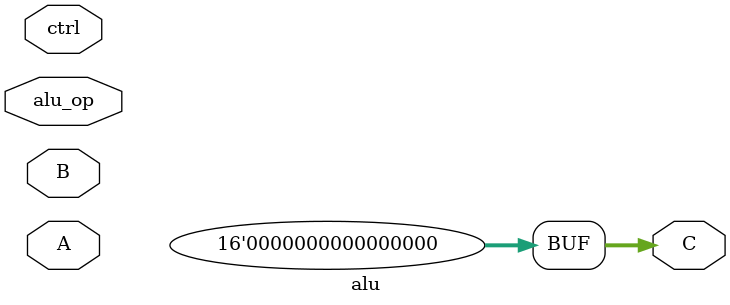
<source format=sv>
`timescale 1ns / 1ps

module alu
    (
    input logic[1:0] alu_op,
    input logic[3:0] ctrl,
    input logic[15:0] A,
    input logic[15:0] B,
    output logic[15:0] C
    );
    
    always_comb
    begin
        
        if (alu_op == "10")
        begin
            C = A; //PASS THROGUH
        end 
        
        else if(alu_op == "01")
            begin
                case(ctrl)
                    
                    4'h0: C = A & B; //AND
                    4'h1: C = A | B; //OR
                    4'h2: C = A ^ B; //XOR
                    4'h3: C = ~A; //ONE'S COMP
                    4'h4: C = ~(A-1); //TWO'S COMP
                    4'h5: C = A << 1; //SL
                    4'h6: C = A >> 1; //SR
                    4'h7: C = A + B; //ADD
                    4'h8: C = A - B; //SUB
                    4'h9: C = A * B; //MUL
                    
                    default: C = 0;
                    
                endcase;
            end
        else
            begin
                C = 0;
            end
    end;
    
endmodule

</source>
